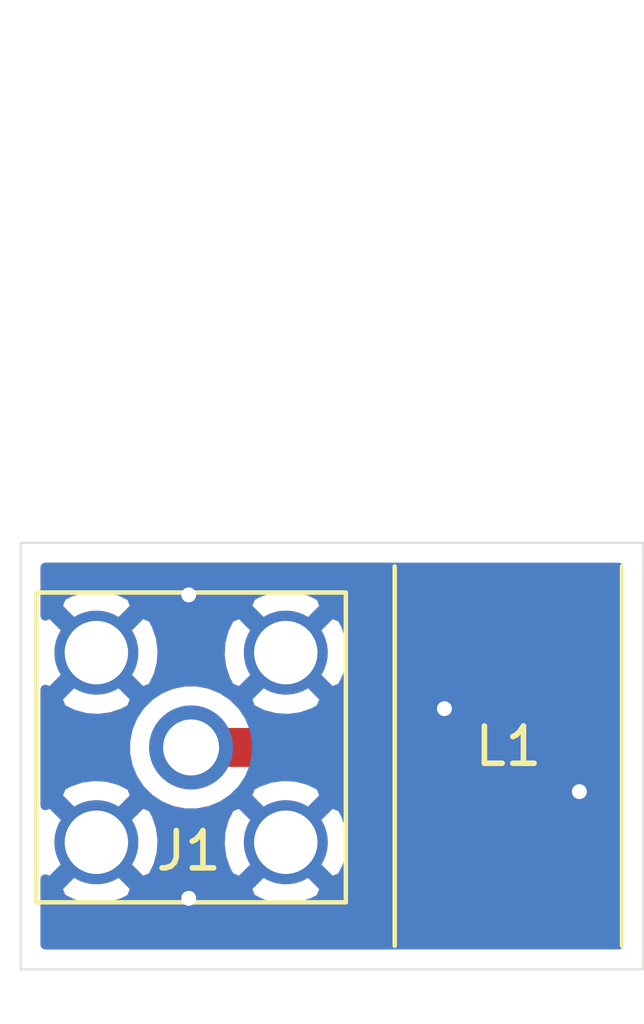
<source format=kicad_pcb>
(kicad_pcb (version 20171130) (host pcbnew "(5.1.7)-1")

  (general
    (thickness 1.6)
    (drawings 4)
    (tracks 6)
    (zones 0)
    (modules 2)
    (nets 3)
  )

  (page A4)
  (layers
    (0 F.Cu signal)
    (31 B.Cu signal)
    (32 B.Adhes user)
    (33 F.Adhes user)
    (34 B.Paste user)
    (35 F.Paste user)
    (36 B.SilkS user)
    (37 F.SilkS user)
    (38 B.Mask user)
    (39 F.Mask user)
    (40 Dwgs.User user)
    (41 Cmts.User user)
    (42 Eco1.User user)
    (43 Eco2.User user)
    (44 Edge.Cuts user)
    (45 Margin user)
    (46 B.CrtYd user)
    (47 F.CrtYd user)
    (48 B.Fab user)
    (49 F.Fab user)
  )

  (setup
    (last_trace_width 1.044)
    (user_trace_width 1.044)
    (trace_clearance 0.2)
    (zone_clearance 0.508)
    (zone_45_only no)
    (trace_min 0.2)
    (via_size 0.8)
    (via_drill 0.4)
    (via_min_size 0.4)
    (via_min_drill 0.3)
    (uvia_size 0.3)
    (uvia_drill 0.1)
    (uvias_allowed no)
    (uvia_min_size 0.2)
    (uvia_min_drill 0.1)
    (edge_width 0.05)
    (segment_width 0.2)
    (pcb_text_width 0.3)
    (pcb_text_size 1.5 1.5)
    (mod_edge_width 0.12)
    (mod_text_size 1 1)
    (mod_text_width 0.15)
    (pad_size 1.524 1.524)
    (pad_drill 0.762)
    (pad_to_mask_clearance 0)
    (aux_axis_origin 0 0)
    (visible_elements FFFFFF7F)
    (pcbplotparams
      (layerselection 0x010fc_ffffffff)
      (usegerberextensions false)
      (usegerberattributes true)
      (usegerberadvancedattributes true)
      (creategerberjobfile true)
      (excludeedgelayer true)
      (linewidth 0.100000)
      (plotframeref false)
      (viasonmask false)
      (mode 1)
      (useauxorigin false)
      (hpglpennumber 1)
      (hpglpenspeed 20)
      (hpglpendiameter 15.000000)
      (psnegative false)
      (psa4output false)
      (plotreference true)
      (plotvalue true)
      (plotinvisibletext false)
      (padsonsilk false)
      (subtractmaskfromsilk false)
      (outputformat 1)
      (mirror false)
      (drillshape 1)
      (scaleselection 1)
      (outputdirectory ""))
  )

  (net 0 "")
  (net 1 GND)
  (net 2 "Net-(J1-Pad1)")

  (net_class Default "This is the default net class."
    (clearance 0.2)
    (trace_width 0.25)
    (via_dia 0.8)
    (via_drill 0.4)
    (uvia_dia 0.3)
    (uvia_drill 0.1)
    (add_net GND)
    (add_net "Net-(J1-Pad1)")
  )

  (net_class "50 Ohm" ""
    (clearance 0.2)
    (trace_width 1.044)
    (via_dia 0.8)
    (via_drill 0.4)
    (uvia_dia 0.3)
    (uvia_drill 0.1)
  )

  (module Connector_Coaxial:SMA_Amphenol_132203-12_Horizontal (layer F.Cu) (tedit 5CF42CD6) (tstamp 6201B430)
    (at 135.382 101.813001)
    (descr https://www.amphenolrf.com/media/downloads/1769/132203-12.pdf)
    (tags "SMA THT Female Jack Horizontal")
    (path /62015609)
    (fp_text reference J1 (at -0.0635 2.771499 180) (layer F.SilkS)
      (effects (font (size 1 1) (thickness 0.15)))
    )
    (fp_text value Conn_Coaxial (at 0 5) (layer F.Fab)
      (effects (font (size 1 1) (thickness 0.15)))
    )
    (fp_line (start -3.175 -5.998) (end 3.175 -6.704) (layer F.Fab) (width 0.1))
    (fp_line (start -3.175 -6.704) (end 3.175 -7.41) (layer F.Fab) (width 0.1))
    (fp_line (start -3.175 -7.41) (end 3.175 -8.116) (layer F.Fab) (width 0.1))
    (fp_line (start -3.175 -8.116) (end 3.175 -8.822) (layer F.Fab) (width 0.1))
    (fp_line (start -3.175 -8.822) (end 3.175 -9.528) (layer F.Fab) (width 0.1))
    (fp_line (start -3.175 -9.528) (end 3.175 -10.234) (layer F.Fab) (width 0.1))
    (fp_line (start -3.175 -10.234) (end 3.175 -10.94) (layer F.Fab) (width 0.1))
    (fp_line (start -3.175 -10.94) (end 3.175 -11.646) (layer F.Fab) (width 0.1))
    (fp_line (start -3.175 -11.646) (end 3.175 -12.352) (layer F.Fab) (width 0.1))
    (fp_line (start -3.175 -12.352) (end 3.175 -13.058) (layer F.Fab) (width 0.1))
    (fp_line (start -3.175 -13.058) (end 3.175 -13.764) (layer F.Fab) (width 0.1))
    (fp_line (start -3.175 -13.764) (end 3.175 -14.47) (layer F.Fab) (width 0.1))
    (fp_line (start -3.175 -14.47) (end 3.175 -15.176) (layer F.Fab) (width 0.1))
    (fp_line (start -3.175 -15.176) (end 3.175 -15.882) (layer F.Fab) (width 0.1))
    (fp_line (start -3.175 -15.882) (end 3.175 -16.588) (layer F.Fab) (width 0.1))
    (fp_line (start -3.175 -16.588) (end 3.175 -17.294) (layer F.Fab) (width 0.1))
    (fp_line (start -3.175 -17.294) (end 3.175 -18) (layer F.Fab) (width 0.1))
    (fp_line (start 4.5 4.5) (end -4.5 4.5) (layer F.CrtYd) (width 0.05))
    (fp_line (start 4.5 4.5) (end 4.5 -20) (layer F.CrtYd) (width 0.05))
    (fp_line (start -4.5 -20) (end -4.5 4.5) (layer F.CrtYd) (width 0.05))
    (fp_line (start -4.5 -20) (end 4.5 -20) (layer F.CrtYd) (width 0.05))
    (fp_line (start -4 -4) (end -4 4) (layer F.Fab) (width 0.1))
    (fp_line (start -4 4) (end 4 4) (layer F.Fab) (width 0.1))
    (fp_line (start 4 -4) (end 4 4) (layer F.Fab) (width 0.1))
    (fp_line (start -4.15 -4.15) (end -4.15 4.15) (layer F.SilkS) (width 0.12))
    (fp_line (start 4.15 -4.15) (end 4.15 4.15) (layer F.SilkS) (width 0.12))
    (fp_line (start -4.15 4.15) (end 4.15 4.15) (layer F.SilkS) (width 0.12))
    (fp_line (start -4.15 -4.15) (end 4.15 -4.15) (layer F.SilkS) (width 0.12))
    (fp_line (start -3.175 -19.5) (end 3.175 -19.5) (layer F.Fab) (width 0.1))
    (fp_line (start -3.175 -19.5) (end -3.175 -5.07) (layer F.Fab) (width 0.1))
    (fp_line (start 3.175 -19.5) (end 3.175 -5.07) (layer F.Fab) (width 0.1))
    (fp_line (start 3.9 -4) (end 3.9 -5.07) (layer F.Fab) (width 0.1))
    (fp_line (start 3.9 -5.07) (end -3.9 -5.07) (layer F.Fab) (width 0.1))
    (fp_line (start -3.9 -5.07) (end -3.9 -4) (layer F.Fab) (width 0.1))
    (fp_line (start -4 -4) (end 4 -4) (layer F.Fab) (width 0.1))
    (fp_line (start -3.175 -18) (end 3.175 -18.706) (layer F.Fab) (width 0.1))
    (fp_text user %R (at 0 0) (layer F.Fab)
      (effects (font (size 1 1) (thickness 0.15)))
    )
    (pad 2 thru_hole circle (at -2.54 2.54) (size 2.25 2.25) (drill 1.7) (layers *.Cu *.Mask)
      (net 1 GND))
    (pad 2 thru_hole circle (at -2.54 -2.54) (size 2.25 2.25) (drill 1.7) (layers *.Cu *.Mask)
      (net 1 GND))
    (pad 2 thru_hole circle (at 2.54 -2.54) (size 2.25 2.25) (drill 1.7) (layers *.Cu *.Mask)
      (net 1 GND))
    (pad 2 thru_hole circle (at 2.54 2.54 90) (size 2.25 2.25) (drill 1.7) (layers *.Cu *.Mask)
      (net 1 GND))
    (pad 1 thru_hole circle (at 0 0) (size 2.25 2.25) (drill 1.5) (layers *.Cu *.Mask)
      (net 2 "Net-(J1-Pad1)"))
    (model ${KISYS3DMOD}/Connector_Coaxial.3dshapes/SMA_Amphenol_132203-12_Horizontal.wrl
      (at (xyz 0 0 0))
      (scale (xyz 1 1 1))
      (rotate (xyz 0 0 0))
    )
  )

  (module L_Coil:L_Coil (layer F.Cu) (tedit 5F91D81B) (tstamp 6201B43C)
    (at 143.891 104.8385)
    (path /6201708A)
    (fp_text reference L1 (at 0 -3.056) (layer F.SilkS)
      (effects (font (size 1 1) (thickness 0.15)))
    )
    (fp_text value L (at 0 3.556) (layer F.Fab)
      (effects (font (size 1 1) (thickness 0.15)))
    )
    (fp_line (start -3.048 -7.874) (end -3.048 2.286) (layer F.SilkS) (width 0.12))
    (fp_line (start 3.048 -7.874) (end 3.048 2.286) (layer F.SilkS) (width 0.12))
    (fp_line (start 3.302 -8.128) (end 3.302 2.54) (layer F.CrtYd) (width 0.12))
    (fp_line (start -3.302 -8.128) (end 3.302 -8.128) (layer F.CrtYd) (width 0.12))
    (fp_line (start -3.302 2.54) (end -3.302 -8.128) (layer F.CrtYd) (width 0.12))
    (fp_line (start 3.302 2.54) (end -3.302 2.54) (layer F.CrtYd) (width 0.12))
    (pad 2 smd rect (at 0 -6.604) (size 5.08 2.286) (layers F.Cu F.Paste F.Mask)
      (net 1 GND))
    (pad 1 smd rect (at 0 1.016) (size 5.08 2.286) (layers F.Cu F.Paste F.Mask)
      (net 2 "Net-(J1-Pad1)"))
  )

  (gr_line (start 147.5105 107.7595) (end 147.5105 96.3295) (layer Edge.Cuts) (width 0.05) (tstamp 6201B6FF))
  (gr_line (start 130.81 107.7595) (end 147.5105 107.7595) (layer Edge.Cuts) (width 0.05))
  (gr_line (start 130.81 96.3295) (end 130.81 107.7595) (layer Edge.Cuts) (width 0.05))
  (gr_line (start 147.5105 96.3295) (end 130.81 96.3295) (layer Edge.Cuts) (width 0.05))

  (via (at 135.3185 97.7265) (size 0.8) (drill 0.4) (layers F.Cu B.Cu) (net 1))
  (via (at 135.3185 105.8545) (size 0.8) (drill 0.4) (layers F.Cu B.Cu) (net 1))
  (via (at 145.796 102.997) (size 0.8) (drill 0.4) (layers F.Cu B.Cu) (net 1))
  (via (at 142.1765 100.7745) (size 0.8) (drill 0.4) (layers F.Cu B.Cu) (net 1))
  (segment (start 135.382 101.813001) (end 139.786001 101.813001) (width 1.044) (layer F.Cu) (net 2))
  (segment (start 139.786001 101.813001) (end 143.891 105.918) (width 1.044) (layer F.Cu) (net 2))

  (zone (net 1) (net_name GND) (layer F.Cu) (tstamp 0) (hatch edge 0.508)
    (connect_pads (clearance 0.508))
    (min_thickness 0.254)
    (fill yes (arc_segments 32) (thermal_gap 0.508) (thermal_bridge_width 0.508))
    (polygon
      (pts
        (xy 147.5105 107.7595) (xy 130.81 107.7595) (xy 130.81 96.3295) (xy 147.5105 96.3295)
      )
    )
    (filled_polygon
      (pts
        (xy 140.712928 97.0915) (xy 140.716 97.94875) (xy 140.87475 98.1075) (xy 143.764 98.1075) (xy 143.764 98.0875)
        (xy 144.018 98.0875) (xy 144.018 98.1075) (xy 144.038 98.1075) (xy 144.038 98.3615) (xy 144.018 98.3615)
        (xy 144.018 99.85375) (xy 144.17675 100.0125) (xy 146.431 100.015572) (xy 146.555482 100.003312) (xy 146.67518 99.967002)
        (xy 146.785494 99.908037) (xy 146.850501 99.854688) (xy 146.8505 104.234312) (xy 146.785494 104.180963) (xy 146.67518 104.121998)
        (xy 146.555482 104.085688) (xy 146.431 104.073428) (xy 143.682673 104.073428) (xy 140.644315 101.03507) (xy 140.608082 100.99092)
        (xy 140.431906 100.846336) (xy 140.230908 100.738901) (xy 140.012813 100.672742) (xy 139.842839 100.656001) (xy 139.842838 100.656001)
        (xy 139.786001 100.650403) (xy 139.729164 100.656001) (xy 138.903553 100.656001) (xy 138.966926 100.497532) (xy 137.922 99.452606)
        (xy 136.877074 100.497532) (xy 136.940447 100.656001) (xy 136.714016 100.656001) (xy 136.503935 100.44592) (xy 136.215673 100.253309)
        (xy 135.895373 100.120637) (xy 135.555345 100.053001) (xy 135.208655 100.053001) (xy 134.868627 100.120637) (xy 134.548327 100.253309)
        (xy 134.260065 100.44592) (xy 134.014919 100.691066) (xy 133.822308 100.979328) (xy 133.689636 101.299628) (xy 133.622 101.639656)
        (xy 133.622 101.986346) (xy 133.689636 102.326374) (xy 133.822308 102.646674) (xy 134.014919 102.934936) (xy 134.260065 103.180082)
        (xy 134.548327 103.372693) (xy 134.868627 103.505365) (xy 135.208655 103.573001) (xy 135.555345 103.573001) (xy 135.895373 103.505365)
        (xy 136.215673 103.372693) (xy 136.503935 103.180082) (xy 136.714016 102.970001) (xy 136.940447 102.970001) (xy 136.877074 103.12847)
        (xy 137.922 104.173396) (xy 138.966926 103.12847) (xy 138.903553 102.970001) (xy 139.306756 102.970001) (xy 140.776329 104.439574)
        (xy 140.761498 104.46732) (xy 140.725188 104.587018) (xy 140.712928 104.7115) (xy 140.712928 106.9975) (xy 140.722974 107.0995)
        (xy 131.47 107.0995) (xy 131.47 105.577532) (xy 131.797074 105.577532) (xy 131.907921 105.854715) (xy 132.21884 106.00809)
        (xy 132.553705 106.097861) (xy 132.89965 106.120577) (xy 133.24338 106.075367) (xy 133.571685 105.963967) (xy 133.776079 105.854715)
        (xy 133.886926 105.577532) (xy 136.877074 105.577532) (xy 136.987921 105.854715) (xy 137.29884 106.00809) (xy 137.633705 106.097861)
        (xy 137.97965 106.120577) (xy 138.32338 106.075367) (xy 138.651685 105.963967) (xy 138.856079 105.854715) (xy 138.966926 105.577532)
        (xy 137.922 104.532606) (xy 136.877074 105.577532) (xy 133.886926 105.577532) (xy 132.842 104.532606) (xy 131.797074 105.577532)
        (xy 131.47 105.577532) (xy 131.47 105.338953) (xy 131.617469 105.397927) (xy 132.662395 104.353001) (xy 133.021605 104.353001)
        (xy 134.066531 105.397927) (xy 134.343714 105.28708) (xy 134.497089 104.976161) (xy 134.58686 104.641296) (xy 134.602004 104.410651)
        (xy 136.154424 104.410651) (xy 136.199634 104.754381) (xy 136.311034 105.082686) (xy 136.420286 105.28708) (xy 136.697469 105.397927)
        (xy 137.742395 104.353001) (xy 138.101605 104.353001) (xy 139.146531 105.397927) (xy 139.423714 105.28708) (xy 139.577089 104.976161)
        (xy 139.66686 104.641296) (xy 139.689576 104.295351) (xy 139.644366 103.951621) (xy 139.532966 103.623316) (xy 139.423714 103.418922)
        (xy 139.146531 103.308075) (xy 138.101605 104.353001) (xy 137.742395 104.353001) (xy 136.697469 103.308075) (xy 136.420286 103.418922)
        (xy 136.266911 103.729841) (xy 136.17714 104.064706) (xy 136.154424 104.410651) (xy 134.602004 104.410651) (xy 134.609576 104.295351)
        (xy 134.564366 103.951621) (xy 134.452966 103.623316) (xy 134.343714 103.418922) (xy 134.066531 103.308075) (xy 133.021605 104.353001)
        (xy 132.662395 104.353001) (xy 131.617469 103.308075) (xy 131.47 103.367049) (xy 131.47 103.12847) (xy 131.797074 103.12847)
        (xy 132.842 104.173396) (xy 133.886926 103.12847) (xy 133.776079 102.851287) (xy 133.46516 102.697912) (xy 133.130295 102.608141)
        (xy 132.78435 102.585425) (xy 132.44062 102.630635) (xy 132.112315 102.742035) (xy 131.907921 102.851287) (xy 131.797074 103.12847)
        (xy 131.47 103.12847) (xy 131.47 100.497532) (xy 131.797074 100.497532) (xy 131.907921 100.774715) (xy 132.21884 100.92809)
        (xy 132.553705 101.017861) (xy 132.89965 101.040577) (xy 133.24338 100.995367) (xy 133.571685 100.883967) (xy 133.776079 100.774715)
        (xy 133.886926 100.497532) (xy 132.842 99.452606) (xy 131.797074 100.497532) (xy 131.47 100.497532) (xy 131.47 100.258953)
        (xy 131.617469 100.317927) (xy 132.662395 99.273001) (xy 133.021605 99.273001) (xy 134.066531 100.317927) (xy 134.343714 100.20708)
        (xy 134.497089 99.896161) (xy 134.58686 99.561296) (xy 134.602004 99.330651) (xy 136.154424 99.330651) (xy 136.199634 99.674381)
        (xy 136.311034 100.002686) (xy 136.420286 100.20708) (xy 136.697469 100.317927) (xy 137.742395 99.273001) (xy 138.101605 99.273001)
        (xy 139.146531 100.317927) (xy 139.423714 100.20708) (xy 139.577089 99.896161) (xy 139.66686 99.561296) (xy 139.678928 99.3775)
        (xy 140.712928 99.3775) (xy 140.725188 99.501982) (xy 140.761498 99.62168) (xy 140.820463 99.731994) (xy 140.899815 99.828685)
        (xy 140.996506 99.908037) (xy 141.10682 99.967002) (xy 141.226518 100.003312) (xy 141.351 100.015572) (xy 143.60525 100.0125)
        (xy 143.764 99.85375) (xy 143.764 98.3615) (xy 140.87475 98.3615) (xy 140.716 98.52025) (xy 140.712928 99.3775)
        (xy 139.678928 99.3775) (xy 139.689576 99.215351) (xy 139.644366 98.871621) (xy 139.532966 98.543316) (xy 139.423714 98.338922)
        (xy 139.146531 98.228075) (xy 138.101605 99.273001) (xy 137.742395 99.273001) (xy 136.697469 98.228075) (xy 136.420286 98.338922)
        (xy 136.266911 98.649841) (xy 136.17714 98.984706) (xy 136.154424 99.330651) (xy 134.602004 99.330651) (xy 134.609576 99.215351)
        (xy 134.564366 98.871621) (xy 134.452966 98.543316) (xy 134.343714 98.338922) (xy 134.066531 98.228075) (xy 133.021605 99.273001)
        (xy 132.662395 99.273001) (xy 131.617469 98.228075) (xy 131.47 98.287049) (xy 131.47 98.04847) (xy 131.797074 98.04847)
        (xy 132.842 99.093396) (xy 133.886926 98.04847) (xy 136.877074 98.04847) (xy 137.922 99.093396) (xy 138.966926 98.04847)
        (xy 138.856079 97.771287) (xy 138.54516 97.617912) (xy 138.210295 97.528141) (xy 137.86435 97.505425) (xy 137.52062 97.550635)
        (xy 137.192315 97.662035) (xy 136.987921 97.771287) (xy 136.877074 98.04847) (xy 133.886926 98.04847) (xy 133.776079 97.771287)
        (xy 133.46516 97.617912) (xy 133.130295 97.528141) (xy 132.78435 97.505425) (xy 132.44062 97.550635) (xy 132.112315 97.662035)
        (xy 131.907921 97.771287) (xy 131.797074 98.04847) (xy 131.47 98.04847) (xy 131.47 96.9895) (xy 140.722974 96.9895)
      )
    )
  )
  (zone (net 1) (net_name GND) (layer B.Cu) (tstamp 0) (hatch edge 0.508)
    (connect_pads (clearance 0.508))
    (min_thickness 0.254)
    (fill yes (arc_segments 32) (thermal_gap 0.508) (thermal_bridge_width 0.508))
    (polygon
      (pts
        (xy 147.5105 107.7595) (xy 130.81 107.7595) (xy 130.81 96.3295) (xy 147.5105 96.3295)
      )
    )
    (filled_polygon
      (pts
        (xy 146.8505 107.0995) (xy 131.47 107.0995) (xy 131.47 105.577532) (xy 131.797074 105.577532) (xy 131.907921 105.854715)
        (xy 132.21884 106.00809) (xy 132.553705 106.097861) (xy 132.89965 106.120577) (xy 133.24338 106.075367) (xy 133.571685 105.963967)
        (xy 133.776079 105.854715) (xy 133.886926 105.577532) (xy 136.877074 105.577532) (xy 136.987921 105.854715) (xy 137.29884 106.00809)
        (xy 137.633705 106.097861) (xy 137.97965 106.120577) (xy 138.32338 106.075367) (xy 138.651685 105.963967) (xy 138.856079 105.854715)
        (xy 138.966926 105.577532) (xy 137.922 104.532606) (xy 136.877074 105.577532) (xy 133.886926 105.577532) (xy 132.842 104.532606)
        (xy 131.797074 105.577532) (xy 131.47 105.577532) (xy 131.47 105.338953) (xy 131.617469 105.397927) (xy 132.662395 104.353001)
        (xy 133.021605 104.353001) (xy 134.066531 105.397927) (xy 134.343714 105.28708) (xy 134.497089 104.976161) (xy 134.58686 104.641296)
        (xy 134.602004 104.410651) (xy 136.154424 104.410651) (xy 136.199634 104.754381) (xy 136.311034 105.082686) (xy 136.420286 105.28708)
        (xy 136.697469 105.397927) (xy 137.742395 104.353001) (xy 138.101605 104.353001) (xy 139.146531 105.397927) (xy 139.423714 105.28708)
        (xy 139.577089 104.976161) (xy 139.66686 104.641296) (xy 139.689576 104.295351) (xy 139.644366 103.951621) (xy 139.532966 103.623316)
        (xy 139.423714 103.418922) (xy 139.146531 103.308075) (xy 138.101605 104.353001) (xy 137.742395 104.353001) (xy 136.697469 103.308075)
        (xy 136.420286 103.418922) (xy 136.266911 103.729841) (xy 136.17714 104.064706) (xy 136.154424 104.410651) (xy 134.602004 104.410651)
        (xy 134.609576 104.295351) (xy 134.564366 103.951621) (xy 134.452966 103.623316) (xy 134.343714 103.418922) (xy 134.066531 103.308075)
        (xy 133.021605 104.353001) (xy 132.662395 104.353001) (xy 131.617469 103.308075) (xy 131.47 103.367049) (xy 131.47 103.12847)
        (xy 131.797074 103.12847) (xy 132.842 104.173396) (xy 133.886926 103.12847) (xy 133.776079 102.851287) (xy 133.46516 102.697912)
        (xy 133.130295 102.608141) (xy 132.78435 102.585425) (xy 132.44062 102.630635) (xy 132.112315 102.742035) (xy 131.907921 102.851287)
        (xy 131.797074 103.12847) (xy 131.47 103.12847) (xy 131.47 101.639656) (xy 133.622 101.639656) (xy 133.622 101.986346)
        (xy 133.689636 102.326374) (xy 133.822308 102.646674) (xy 134.014919 102.934936) (xy 134.260065 103.180082) (xy 134.548327 103.372693)
        (xy 134.868627 103.505365) (xy 135.208655 103.573001) (xy 135.555345 103.573001) (xy 135.895373 103.505365) (xy 136.215673 103.372693)
        (xy 136.503935 103.180082) (xy 136.555547 103.12847) (xy 136.877074 103.12847) (xy 137.922 104.173396) (xy 138.966926 103.12847)
        (xy 138.856079 102.851287) (xy 138.54516 102.697912) (xy 138.210295 102.608141) (xy 137.86435 102.585425) (xy 137.52062 102.630635)
        (xy 137.192315 102.742035) (xy 136.987921 102.851287) (xy 136.877074 103.12847) (xy 136.555547 103.12847) (xy 136.749081 102.934936)
        (xy 136.941692 102.646674) (xy 137.074364 102.326374) (xy 137.142 101.986346) (xy 137.142 101.639656) (xy 137.074364 101.299628)
        (xy 136.941692 100.979328) (xy 136.749081 100.691066) (xy 136.555547 100.497532) (xy 136.877074 100.497532) (xy 136.987921 100.774715)
        (xy 137.29884 100.92809) (xy 137.633705 101.017861) (xy 137.97965 101.040577) (xy 138.32338 100.995367) (xy 138.651685 100.883967)
        (xy 138.856079 100.774715) (xy 138.966926 100.497532) (xy 137.922 99.452606) (xy 136.877074 100.497532) (xy 136.555547 100.497532)
        (xy 136.503935 100.44592) (xy 136.215673 100.253309) (xy 135.895373 100.120637) (xy 135.555345 100.053001) (xy 135.208655 100.053001)
        (xy 134.868627 100.120637) (xy 134.548327 100.253309) (xy 134.260065 100.44592) (xy 134.014919 100.691066) (xy 133.822308 100.979328)
        (xy 133.689636 101.299628) (xy 133.622 101.639656) (xy 131.47 101.639656) (xy 131.47 100.497532) (xy 131.797074 100.497532)
        (xy 131.907921 100.774715) (xy 132.21884 100.92809) (xy 132.553705 101.017861) (xy 132.89965 101.040577) (xy 133.24338 100.995367)
        (xy 133.571685 100.883967) (xy 133.776079 100.774715) (xy 133.886926 100.497532) (xy 132.842 99.452606) (xy 131.797074 100.497532)
        (xy 131.47 100.497532) (xy 131.47 100.258953) (xy 131.617469 100.317927) (xy 132.662395 99.273001) (xy 133.021605 99.273001)
        (xy 134.066531 100.317927) (xy 134.343714 100.20708) (xy 134.497089 99.896161) (xy 134.58686 99.561296) (xy 134.602004 99.330651)
        (xy 136.154424 99.330651) (xy 136.199634 99.674381) (xy 136.311034 100.002686) (xy 136.420286 100.20708) (xy 136.697469 100.317927)
        (xy 137.742395 99.273001) (xy 138.101605 99.273001) (xy 139.146531 100.317927) (xy 139.423714 100.20708) (xy 139.577089 99.896161)
        (xy 139.66686 99.561296) (xy 139.689576 99.215351) (xy 139.644366 98.871621) (xy 139.532966 98.543316) (xy 139.423714 98.338922)
        (xy 139.146531 98.228075) (xy 138.101605 99.273001) (xy 137.742395 99.273001) (xy 136.697469 98.228075) (xy 136.420286 98.338922)
        (xy 136.266911 98.649841) (xy 136.17714 98.984706) (xy 136.154424 99.330651) (xy 134.602004 99.330651) (xy 134.609576 99.215351)
        (xy 134.564366 98.871621) (xy 134.452966 98.543316) (xy 134.343714 98.338922) (xy 134.066531 98.228075) (xy 133.021605 99.273001)
        (xy 132.662395 99.273001) (xy 131.617469 98.228075) (xy 131.47 98.287049) (xy 131.47 98.04847) (xy 131.797074 98.04847)
        (xy 132.842 99.093396) (xy 133.886926 98.04847) (xy 136.877074 98.04847) (xy 137.922 99.093396) (xy 138.966926 98.04847)
        (xy 138.856079 97.771287) (xy 138.54516 97.617912) (xy 138.210295 97.528141) (xy 137.86435 97.505425) (xy 137.52062 97.550635)
        (xy 137.192315 97.662035) (xy 136.987921 97.771287) (xy 136.877074 98.04847) (xy 133.886926 98.04847) (xy 133.776079 97.771287)
        (xy 133.46516 97.617912) (xy 133.130295 97.528141) (xy 132.78435 97.505425) (xy 132.44062 97.550635) (xy 132.112315 97.662035)
        (xy 131.907921 97.771287) (xy 131.797074 98.04847) (xy 131.47 98.04847) (xy 131.47 96.9895) (xy 146.850501 96.9895)
      )
    )
  )
)

</source>
